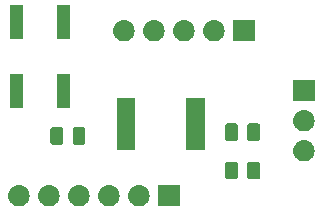
<source format=gbr>
G04 #@! TF.GenerationSoftware,KiCad,Pcbnew,5.1.2*
G04 #@! TF.CreationDate,2019-05-06T11:57:56-05:00*
G04 #@! TF.ProjectId,STM32L011Minimal,53544d33-324c-4303-9131-4d696e696d61,rev?*
G04 #@! TF.SameCoordinates,Original*
G04 #@! TF.FileFunction,Soldermask,Top*
G04 #@! TF.FilePolarity,Negative*
%FSLAX46Y46*%
G04 Gerber Fmt 4.6, Leading zero omitted, Abs format (unit mm)*
G04 Created by KiCad (PCBNEW 5.1.2) date 2019-05-06 11:57:56*
%MOMM*%
%LPD*%
G04 APERTURE LIST*
%ADD10C,0.100000*%
G04 APERTURE END LIST*
D10*
G36*
X163461000Y-88531000D02*
G01*
X161659000Y-88531000D01*
X161659000Y-86729000D01*
X163461000Y-86729000D01*
X163461000Y-88531000D01*
X163461000Y-88531000D01*
G37*
G36*
X157590442Y-86735518D02*
G01*
X157656627Y-86742037D01*
X157826466Y-86793557D01*
X157982991Y-86877222D01*
X158018729Y-86906552D01*
X158120186Y-86989814D01*
X158203448Y-87091271D01*
X158232778Y-87127009D01*
X158316443Y-87283534D01*
X158367963Y-87453373D01*
X158385359Y-87630000D01*
X158367963Y-87806627D01*
X158316443Y-87976466D01*
X158232778Y-88132991D01*
X158203448Y-88168729D01*
X158120186Y-88270186D01*
X158018729Y-88353448D01*
X157982991Y-88382778D01*
X157826466Y-88466443D01*
X157656627Y-88517963D01*
X157590442Y-88524482D01*
X157524260Y-88531000D01*
X157435740Y-88531000D01*
X157369558Y-88524482D01*
X157303373Y-88517963D01*
X157133534Y-88466443D01*
X156977009Y-88382778D01*
X156941271Y-88353448D01*
X156839814Y-88270186D01*
X156756552Y-88168729D01*
X156727222Y-88132991D01*
X156643557Y-87976466D01*
X156592037Y-87806627D01*
X156574641Y-87630000D01*
X156592037Y-87453373D01*
X156643557Y-87283534D01*
X156727222Y-87127009D01*
X156756552Y-87091271D01*
X156839814Y-86989814D01*
X156941271Y-86906552D01*
X156977009Y-86877222D01*
X157133534Y-86793557D01*
X157303373Y-86742037D01*
X157369558Y-86735518D01*
X157435740Y-86729000D01*
X157524260Y-86729000D01*
X157590442Y-86735518D01*
X157590442Y-86735518D01*
G37*
G36*
X155050442Y-86735518D02*
G01*
X155116627Y-86742037D01*
X155286466Y-86793557D01*
X155442991Y-86877222D01*
X155478729Y-86906552D01*
X155580186Y-86989814D01*
X155663448Y-87091271D01*
X155692778Y-87127009D01*
X155776443Y-87283534D01*
X155827963Y-87453373D01*
X155845359Y-87630000D01*
X155827963Y-87806627D01*
X155776443Y-87976466D01*
X155692778Y-88132991D01*
X155663448Y-88168729D01*
X155580186Y-88270186D01*
X155478729Y-88353448D01*
X155442991Y-88382778D01*
X155286466Y-88466443D01*
X155116627Y-88517963D01*
X155050442Y-88524482D01*
X154984260Y-88531000D01*
X154895740Y-88531000D01*
X154829558Y-88524482D01*
X154763373Y-88517963D01*
X154593534Y-88466443D01*
X154437009Y-88382778D01*
X154401271Y-88353448D01*
X154299814Y-88270186D01*
X154216552Y-88168729D01*
X154187222Y-88132991D01*
X154103557Y-87976466D01*
X154052037Y-87806627D01*
X154034641Y-87630000D01*
X154052037Y-87453373D01*
X154103557Y-87283534D01*
X154187222Y-87127009D01*
X154216552Y-87091271D01*
X154299814Y-86989814D01*
X154401271Y-86906552D01*
X154437009Y-86877222D01*
X154593534Y-86793557D01*
X154763373Y-86742037D01*
X154829558Y-86735518D01*
X154895740Y-86729000D01*
X154984260Y-86729000D01*
X155050442Y-86735518D01*
X155050442Y-86735518D01*
G37*
G36*
X152510442Y-86735518D02*
G01*
X152576627Y-86742037D01*
X152746466Y-86793557D01*
X152902991Y-86877222D01*
X152938729Y-86906552D01*
X153040186Y-86989814D01*
X153123448Y-87091271D01*
X153152778Y-87127009D01*
X153236443Y-87283534D01*
X153287963Y-87453373D01*
X153305359Y-87630000D01*
X153287963Y-87806627D01*
X153236443Y-87976466D01*
X153152778Y-88132991D01*
X153123448Y-88168729D01*
X153040186Y-88270186D01*
X152938729Y-88353448D01*
X152902991Y-88382778D01*
X152746466Y-88466443D01*
X152576627Y-88517963D01*
X152510442Y-88524482D01*
X152444260Y-88531000D01*
X152355740Y-88531000D01*
X152289558Y-88524482D01*
X152223373Y-88517963D01*
X152053534Y-88466443D01*
X151897009Y-88382778D01*
X151861271Y-88353448D01*
X151759814Y-88270186D01*
X151676552Y-88168729D01*
X151647222Y-88132991D01*
X151563557Y-87976466D01*
X151512037Y-87806627D01*
X151494641Y-87630000D01*
X151512037Y-87453373D01*
X151563557Y-87283534D01*
X151647222Y-87127009D01*
X151676552Y-87091271D01*
X151759814Y-86989814D01*
X151861271Y-86906552D01*
X151897009Y-86877222D01*
X152053534Y-86793557D01*
X152223373Y-86742037D01*
X152289558Y-86735518D01*
X152355740Y-86729000D01*
X152444260Y-86729000D01*
X152510442Y-86735518D01*
X152510442Y-86735518D01*
G37*
G36*
X149970442Y-86735518D02*
G01*
X150036627Y-86742037D01*
X150206466Y-86793557D01*
X150362991Y-86877222D01*
X150398729Y-86906552D01*
X150500186Y-86989814D01*
X150583448Y-87091271D01*
X150612778Y-87127009D01*
X150696443Y-87283534D01*
X150747963Y-87453373D01*
X150765359Y-87630000D01*
X150747963Y-87806627D01*
X150696443Y-87976466D01*
X150612778Y-88132991D01*
X150583448Y-88168729D01*
X150500186Y-88270186D01*
X150398729Y-88353448D01*
X150362991Y-88382778D01*
X150206466Y-88466443D01*
X150036627Y-88517963D01*
X149970442Y-88524482D01*
X149904260Y-88531000D01*
X149815740Y-88531000D01*
X149749558Y-88524482D01*
X149683373Y-88517963D01*
X149513534Y-88466443D01*
X149357009Y-88382778D01*
X149321271Y-88353448D01*
X149219814Y-88270186D01*
X149136552Y-88168729D01*
X149107222Y-88132991D01*
X149023557Y-87976466D01*
X148972037Y-87806627D01*
X148954641Y-87630000D01*
X148972037Y-87453373D01*
X149023557Y-87283534D01*
X149107222Y-87127009D01*
X149136552Y-87091271D01*
X149219814Y-86989814D01*
X149321271Y-86906552D01*
X149357009Y-86877222D01*
X149513534Y-86793557D01*
X149683373Y-86742037D01*
X149749558Y-86735518D01*
X149815740Y-86729000D01*
X149904260Y-86729000D01*
X149970442Y-86735518D01*
X149970442Y-86735518D01*
G37*
G36*
X160130442Y-86735518D02*
G01*
X160196627Y-86742037D01*
X160366466Y-86793557D01*
X160522991Y-86877222D01*
X160558729Y-86906552D01*
X160660186Y-86989814D01*
X160743448Y-87091271D01*
X160772778Y-87127009D01*
X160856443Y-87283534D01*
X160907963Y-87453373D01*
X160925359Y-87630000D01*
X160907963Y-87806627D01*
X160856443Y-87976466D01*
X160772778Y-88132991D01*
X160743448Y-88168729D01*
X160660186Y-88270186D01*
X160558729Y-88353448D01*
X160522991Y-88382778D01*
X160366466Y-88466443D01*
X160196627Y-88517963D01*
X160130442Y-88524482D01*
X160064260Y-88531000D01*
X159975740Y-88531000D01*
X159909558Y-88524482D01*
X159843373Y-88517963D01*
X159673534Y-88466443D01*
X159517009Y-88382778D01*
X159481271Y-88353448D01*
X159379814Y-88270186D01*
X159296552Y-88168729D01*
X159267222Y-88132991D01*
X159183557Y-87976466D01*
X159132037Y-87806627D01*
X159114641Y-87630000D01*
X159132037Y-87453373D01*
X159183557Y-87283534D01*
X159267222Y-87127009D01*
X159296552Y-87091271D01*
X159379814Y-86989814D01*
X159481271Y-86906552D01*
X159517009Y-86877222D01*
X159673534Y-86793557D01*
X159843373Y-86742037D01*
X159909558Y-86735518D01*
X159975740Y-86729000D01*
X160064260Y-86729000D01*
X160130442Y-86735518D01*
X160130442Y-86735518D01*
G37*
G36*
X168221968Y-84753565D02*
G01*
X168260638Y-84765296D01*
X168296277Y-84784346D01*
X168327517Y-84809983D01*
X168353154Y-84841223D01*
X168372204Y-84876862D01*
X168383935Y-84915532D01*
X168388500Y-84961888D01*
X168388500Y-86038112D01*
X168383935Y-86084468D01*
X168372204Y-86123138D01*
X168353154Y-86158777D01*
X168327517Y-86190017D01*
X168296277Y-86215654D01*
X168260638Y-86234704D01*
X168221968Y-86246435D01*
X168175612Y-86251000D01*
X167524388Y-86251000D01*
X167478032Y-86246435D01*
X167439362Y-86234704D01*
X167403723Y-86215654D01*
X167372483Y-86190017D01*
X167346846Y-86158777D01*
X167327796Y-86123138D01*
X167316065Y-86084468D01*
X167311500Y-86038112D01*
X167311500Y-84961888D01*
X167316065Y-84915532D01*
X167327796Y-84876862D01*
X167346846Y-84841223D01*
X167372483Y-84809983D01*
X167403723Y-84784346D01*
X167439362Y-84765296D01*
X167478032Y-84753565D01*
X167524388Y-84749000D01*
X168175612Y-84749000D01*
X168221968Y-84753565D01*
X168221968Y-84753565D01*
G37*
G36*
X170096968Y-84753565D02*
G01*
X170135638Y-84765296D01*
X170171277Y-84784346D01*
X170202517Y-84809983D01*
X170228154Y-84841223D01*
X170247204Y-84876862D01*
X170258935Y-84915532D01*
X170263500Y-84961888D01*
X170263500Y-86038112D01*
X170258935Y-86084468D01*
X170247204Y-86123138D01*
X170228154Y-86158777D01*
X170202517Y-86190017D01*
X170171277Y-86215654D01*
X170135638Y-86234704D01*
X170096968Y-86246435D01*
X170050612Y-86251000D01*
X169399388Y-86251000D01*
X169353032Y-86246435D01*
X169314362Y-86234704D01*
X169278723Y-86215654D01*
X169247483Y-86190017D01*
X169221846Y-86158777D01*
X169202796Y-86123138D01*
X169191065Y-86084468D01*
X169186500Y-86038112D01*
X169186500Y-84961888D01*
X169191065Y-84915532D01*
X169202796Y-84876862D01*
X169221846Y-84841223D01*
X169247483Y-84809983D01*
X169278723Y-84784346D01*
X169314362Y-84765296D01*
X169353032Y-84753565D01*
X169399388Y-84749000D01*
X170050612Y-84749000D01*
X170096968Y-84753565D01*
X170096968Y-84753565D01*
G37*
G36*
X174100443Y-82925519D02*
G01*
X174166627Y-82932037D01*
X174336466Y-82983557D01*
X174492991Y-83067222D01*
X174518445Y-83088112D01*
X174630186Y-83179814D01*
X174700632Y-83265654D01*
X174742778Y-83317009D01*
X174826443Y-83473534D01*
X174877963Y-83643373D01*
X174895359Y-83820000D01*
X174877963Y-83996627D01*
X174826443Y-84166466D01*
X174742778Y-84322991D01*
X174713448Y-84358729D01*
X174630186Y-84460186D01*
X174528729Y-84543448D01*
X174492991Y-84572778D01*
X174336466Y-84656443D01*
X174166627Y-84707963D01*
X174100443Y-84714481D01*
X174034260Y-84721000D01*
X173945740Y-84721000D01*
X173879557Y-84714481D01*
X173813373Y-84707963D01*
X173643534Y-84656443D01*
X173487009Y-84572778D01*
X173451271Y-84543448D01*
X173349814Y-84460186D01*
X173266552Y-84358729D01*
X173237222Y-84322991D01*
X173153557Y-84166466D01*
X173102037Y-83996627D01*
X173084641Y-83820000D01*
X173102037Y-83643373D01*
X173153557Y-83473534D01*
X173237222Y-83317009D01*
X173279368Y-83265654D01*
X173349814Y-83179814D01*
X173461555Y-83088112D01*
X173487009Y-83067222D01*
X173643534Y-82983557D01*
X173813373Y-82932037D01*
X173879557Y-82925519D01*
X173945740Y-82919000D01*
X174034260Y-82919000D01*
X174100443Y-82925519D01*
X174100443Y-82925519D01*
G37*
G36*
X165581001Y-83791001D02*
G01*
X164029001Y-83791001D01*
X164029001Y-79339001D01*
X165581001Y-79339001D01*
X165581001Y-83791001D01*
X165581001Y-83791001D01*
G37*
G36*
X159681001Y-83791001D02*
G01*
X158129001Y-83791001D01*
X158129001Y-79339001D01*
X159681001Y-79339001D01*
X159681001Y-83791001D01*
X159681001Y-83791001D01*
G37*
G36*
X153436968Y-81803565D02*
G01*
X153475638Y-81815296D01*
X153511277Y-81834346D01*
X153542517Y-81859983D01*
X153568154Y-81891223D01*
X153587204Y-81926862D01*
X153598935Y-81965532D01*
X153603500Y-82011888D01*
X153603500Y-83088112D01*
X153598935Y-83134468D01*
X153587204Y-83173138D01*
X153568154Y-83208777D01*
X153542517Y-83240017D01*
X153511277Y-83265654D01*
X153475638Y-83284704D01*
X153436968Y-83296435D01*
X153390612Y-83301000D01*
X152739388Y-83301000D01*
X152693032Y-83296435D01*
X152654362Y-83284704D01*
X152618723Y-83265654D01*
X152587483Y-83240017D01*
X152561846Y-83208777D01*
X152542796Y-83173138D01*
X152531065Y-83134468D01*
X152526500Y-83088112D01*
X152526500Y-82011888D01*
X152531065Y-81965532D01*
X152542796Y-81926862D01*
X152561846Y-81891223D01*
X152587483Y-81859983D01*
X152618723Y-81834346D01*
X152654362Y-81815296D01*
X152693032Y-81803565D01*
X152739388Y-81799000D01*
X153390612Y-81799000D01*
X153436968Y-81803565D01*
X153436968Y-81803565D01*
G37*
G36*
X155311968Y-81803565D02*
G01*
X155350638Y-81815296D01*
X155386277Y-81834346D01*
X155417517Y-81859983D01*
X155443154Y-81891223D01*
X155462204Y-81926862D01*
X155473935Y-81965532D01*
X155478500Y-82011888D01*
X155478500Y-83088112D01*
X155473935Y-83134468D01*
X155462204Y-83173138D01*
X155443154Y-83208777D01*
X155417517Y-83240017D01*
X155386277Y-83265654D01*
X155350638Y-83284704D01*
X155311968Y-83296435D01*
X155265612Y-83301000D01*
X154614388Y-83301000D01*
X154568032Y-83296435D01*
X154529362Y-83284704D01*
X154493723Y-83265654D01*
X154462483Y-83240017D01*
X154436846Y-83208777D01*
X154417796Y-83173138D01*
X154406065Y-83134468D01*
X154401500Y-83088112D01*
X154401500Y-82011888D01*
X154406065Y-81965532D01*
X154417796Y-81926862D01*
X154436846Y-81891223D01*
X154462483Y-81859983D01*
X154493723Y-81834346D01*
X154529362Y-81815296D01*
X154568032Y-81803565D01*
X154614388Y-81799000D01*
X155265612Y-81799000D01*
X155311968Y-81803565D01*
X155311968Y-81803565D01*
G37*
G36*
X170096968Y-81503565D02*
G01*
X170135638Y-81515296D01*
X170171277Y-81534346D01*
X170202517Y-81559983D01*
X170228154Y-81591223D01*
X170247204Y-81626862D01*
X170258935Y-81665532D01*
X170263500Y-81711888D01*
X170263500Y-82788112D01*
X170258935Y-82834468D01*
X170247204Y-82873138D01*
X170228154Y-82908777D01*
X170202517Y-82940017D01*
X170171277Y-82965654D01*
X170135638Y-82984704D01*
X170096968Y-82996435D01*
X170050612Y-83001000D01*
X169399388Y-83001000D01*
X169353032Y-82996435D01*
X169314362Y-82984704D01*
X169278723Y-82965654D01*
X169247483Y-82940017D01*
X169221846Y-82908777D01*
X169202796Y-82873138D01*
X169191065Y-82834468D01*
X169186500Y-82788112D01*
X169186500Y-81711888D01*
X169191065Y-81665532D01*
X169202796Y-81626862D01*
X169221846Y-81591223D01*
X169247483Y-81559983D01*
X169278723Y-81534346D01*
X169314362Y-81515296D01*
X169353032Y-81503565D01*
X169399388Y-81499000D01*
X170050612Y-81499000D01*
X170096968Y-81503565D01*
X170096968Y-81503565D01*
G37*
G36*
X168221968Y-81503565D02*
G01*
X168260638Y-81515296D01*
X168296277Y-81534346D01*
X168327517Y-81559983D01*
X168353154Y-81591223D01*
X168372204Y-81626862D01*
X168383935Y-81665532D01*
X168388500Y-81711888D01*
X168388500Y-82788112D01*
X168383935Y-82834468D01*
X168372204Y-82873138D01*
X168353154Y-82908777D01*
X168327517Y-82940017D01*
X168296277Y-82965654D01*
X168260638Y-82984704D01*
X168221968Y-82996435D01*
X168175612Y-83001000D01*
X167524388Y-83001000D01*
X167478032Y-82996435D01*
X167439362Y-82984704D01*
X167403723Y-82965654D01*
X167372483Y-82940017D01*
X167346846Y-82908777D01*
X167327796Y-82873138D01*
X167316065Y-82834468D01*
X167311500Y-82788112D01*
X167311500Y-81711888D01*
X167316065Y-81665532D01*
X167327796Y-81626862D01*
X167346846Y-81591223D01*
X167372483Y-81559983D01*
X167403723Y-81534346D01*
X167439362Y-81515296D01*
X167478032Y-81503565D01*
X167524388Y-81499000D01*
X168175612Y-81499000D01*
X168221968Y-81503565D01*
X168221968Y-81503565D01*
G37*
G36*
X174100442Y-80385518D02*
G01*
X174166627Y-80392037D01*
X174336466Y-80443557D01*
X174492991Y-80527222D01*
X174528729Y-80556552D01*
X174630186Y-80639814D01*
X174713448Y-80741271D01*
X174742778Y-80777009D01*
X174826443Y-80933534D01*
X174877963Y-81103373D01*
X174895359Y-81280000D01*
X174877963Y-81456627D01*
X174826443Y-81626466D01*
X174742778Y-81782991D01*
X174725893Y-81803565D01*
X174630186Y-81920186D01*
X174528729Y-82003448D01*
X174492991Y-82032778D01*
X174336466Y-82116443D01*
X174166627Y-82167963D01*
X174100443Y-82174481D01*
X174034260Y-82181000D01*
X173945740Y-82181000D01*
X173879557Y-82174481D01*
X173813373Y-82167963D01*
X173643534Y-82116443D01*
X173487009Y-82032778D01*
X173451271Y-82003448D01*
X173349814Y-81920186D01*
X173254107Y-81803565D01*
X173237222Y-81782991D01*
X173153557Y-81626466D01*
X173102037Y-81456627D01*
X173084641Y-81280000D01*
X173102037Y-81103373D01*
X173153557Y-80933534D01*
X173237222Y-80777009D01*
X173266552Y-80741271D01*
X173349814Y-80639814D01*
X173451271Y-80556552D01*
X173487009Y-80527222D01*
X173643534Y-80443557D01*
X173813373Y-80392037D01*
X173879558Y-80385518D01*
X173945740Y-80379000D01*
X174034260Y-80379000D01*
X174100442Y-80385518D01*
X174100442Y-80385518D01*
G37*
G36*
X154221000Y-80191000D02*
G01*
X153119000Y-80191000D01*
X153119000Y-77289000D01*
X154221000Y-77289000D01*
X154221000Y-80191000D01*
X154221000Y-80191000D01*
G37*
G36*
X150221000Y-80191000D02*
G01*
X149119000Y-80191000D01*
X149119000Y-77289000D01*
X150221000Y-77289000D01*
X150221000Y-80191000D01*
X150221000Y-80191000D01*
G37*
G36*
X174891000Y-79641000D02*
G01*
X173089000Y-79641000D01*
X173089000Y-77839000D01*
X174891000Y-77839000D01*
X174891000Y-79641000D01*
X174891000Y-79641000D01*
G37*
G36*
X158860442Y-72765518D02*
G01*
X158926627Y-72772037D01*
X159096466Y-72823557D01*
X159252991Y-72907222D01*
X159288729Y-72936552D01*
X159390186Y-73019814D01*
X159473448Y-73121271D01*
X159502778Y-73157009D01*
X159586443Y-73313534D01*
X159637963Y-73483373D01*
X159655359Y-73660000D01*
X159637963Y-73836627D01*
X159586443Y-74006466D01*
X159502778Y-74162991D01*
X159473448Y-74198729D01*
X159390186Y-74300186D01*
X159288729Y-74383448D01*
X159252991Y-74412778D01*
X159096466Y-74496443D01*
X158926627Y-74547963D01*
X158860442Y-74554482D01*
X158794260Y-74561000D01*
X158705740Y-74561000D01*
X158639558Y-74554482D01*
X158573373Y-74547963D01*
X158403534Y-74496443D01*
X158247009Y-74412778D01*
X158211271Y-74383448D01*
X158109814Y-74300186D01*
X158026552Y-74198729D01*
X157997222Y-74162991D01*
X157913557Y-74006466D01*
X157862037Y-73836627D01*
X157844641Y-73660000D01*
X157862037Y-73483373D01*
X157913557Y-73313534D01*
X157997222Y-73157009D01*
X158026552Y-73121271D01*
X158109814Y-73019814D01*
X158211271Y-72936552D01*
X158247009Y-72907222D01*
X158403534Y-72823557D01*
X158573373Y-72772037D01*
X158639558Y-72765518D01*
X158705740Y-72759000D01*
X158794260Y-72759000D01*
X158860442Y-72765518D01*
X158860442Y-72765518D01*
G37*
G36*
X161400442Y-72765518D02*
G01*
X161466627Y-72772037D01*
X161636466Y-72823557D01*
X161792991Y-72907222D01*
X161828729Y-72936552D01*
X161930186Y-73019814D01*
X162013448Y-73121271D01*
X162042778Y-73157009D01*
X162126443Y-73313534D01*
X162177963Y-73483373D01*
X162195359Y-73660000D01*
X162177963Y-73836627D01*
X162126443Y-74006466D01*
X162042778Y-74162991D01*
X162013448Y-74198729D01*
X161930186Y-74300186D01*
X161828729Y-74383448D01*
X161792991Y-74412778D01*
X161636466Y-74496443D01*
X161466627Y-74547963D01*
X161400442Y-74554482D01*
X161334260Y-74561000D01*
X161245740Y-74561000D01*
X161179558Y-74554482D01*
X161113373Y-74547963D01*
X160943534Y-74496443D01*
X160787009Y-74412778D01*
X160751271Y-74383448D01*
X160649814Y-74300186D01*
X160566552Y-74198729D01*
X160537222Y-74162991D01*
X160453557Y-74006466D01*
X160402037Y-73836627D01*
X160384641Y-73660000D01*
X160402037Y-73483373D01*
X160453557Y-73313534D01*
X160537222Y-73157009D01*
X160566552Y-73121271D01*
X160649814Y-73019814D01*
X160751271Y-72936552D01*
X160787009Y-72907222D01*
X160943534Y-72823557D01*
X161113373Y-72772037D01*
X161179558Y-72765518D01*
X161245740Y-72759000D01*
X161334260Y-72759000D01*
X161400442Y-72765518D01*
X161400442Y-72765518D01*
G37*
G36*
X163940442Y-72765518D02*
G01*
X164006627Y-72772037D01*
X164176466Y-72823557D01*
X164332991Y-72907222D01*
X164368729Y-72936552D01*
X164470186Y-73019814D01*
X164553448Y-73121271D01*
X164582778Y-73157009D01*
X164666443Y-73313534D01*
X164717963Y-73483373D01*
X164735359Y-73660000D01*
X164717963Y-73836627D01*
X164666443Y-74006466D01*
X164582778Y-74162991D01*
X164553448Y-74198729D01*
X164470186Y-74300186D01*
X164368729Y-74383448D01*
X164332991Y-74412778D01*
X164176466Y-74496443D01*
X164006627Y-74547963D01*
X163940442Y-74554482D01*
X163874260Y-74561000D01*
X163785740Y-74561000D01*
X163719558Y-74554482D01*
X163653373Y-74547963D01*
X163483534Y-74496443D01*
X163327009Y-74412778D01*
X163291271Y-74383448D01*
X163189814Y-74300186D01*
X163106552Y-74198729D01*
X163077222Y-74162991D01*
X162993557Y-74006466D01*
X162942037Y-73836627D01*
X162924641Y-73660000D01*
X162942037Y-73483373D01*
X162993557Y-73313534D01*
X163077222Y-73157009D01*
X163106552Y-73121271D01*
X163189814Y-73019814D01*
X163291271Y-72936552D01*
X163327009Y-72907222D01*
X163483534Y-72823557D01*
X163653373Y-72772037D01*
X163719558Y-72765518D01*
X163785740Y-72759000D01*
X163874260Y-72759000D01*
X163940442Y-72765518D01*
X163940442Y-72765518D01*
G37*
G36*
X166480442Y-72765518D02*
G01*
X166546627Y-72772037D01*
X166716466Y-72823557D01*
X166872991Y-72907222D01*
X166908729Y-72936552D01*
X167010186Y-73019814D01*
X167093448Y-73121271D01*
X167122778Y-73157009D01*
X167206443Y-73313534D01*
X167257963Y-73483373D01*
X167275359Y-73660000D01*
X167257963Y-73836627D01*
X167206443Y-74006466D01*
X167122778Y-74162991D01*
X167093448Y-74198729D01*
X167010186Y-74300186D01*
X166908729Y-74383448D01*
X166872991Y-74412778D01*
X166716466Y-74496443D01*
X166546627Y-74547963D01*
X166480442Y-74554482D01*
X166414260Y-74561000D01*
X166325740Y-74561000D01*
X166259558Y-74554482D01*
X166193373Y-74547963D01*
X166023534Y-74496443D01*
X165867009Y-74412778D01*
X165831271Y-74383448D01*
X165729814Y-74300186D01*
X165646552Y-74198729D01*
X165617222Y-74162991D01*
X165533557Y-74006466D01*
X165482037Y-73836627D01*
X165464641Y-73660000D01*
X165482037Y-73483373D01*
X165533557Y-73313534D01*
X165617222Y-73157009D01*
X165646552Y-73121271D01*
X165729814Y-73019814D01*
X165831271Y-72936552D01*
X165867009Y-72907222D01*
X166023534Y-72823557D01*
X166193373Y-72772037D01*
X166259558Y-72765518D01*
X166325740Y-72759000D01*
X166414260Y-72759000D01*
X166480442Y-72765518D01*
X166480442Y-72765518D01*
G37*
G36*
X169811000Y-74561000D02*
G01*
X168009000Y-74561000D01*
X168009000Y-72759000D01*
X169811000Y-72759000D01*
X169811000Y-74561000D01*
X169811000Y-74561000D01*
G37*
G36*
X150221000Y-74391000D02*
G01*
X149119000Y-74391000D01*
X149119000Y-71489000D01*
X150221000Y-71489000D01*
X150221000Y-74391000D01*
X150221000Y-74391000D01*
G37*
G36*
X154221000Y-74391000D02*
G01*
X153119000Y-74391000D01*
X153119000Y-71489000D01*
X154221000Y-71489000D01*
X154221000Y-74391000D01*
X154221000Y-74391000D01*
G37*
M02*

</source>
